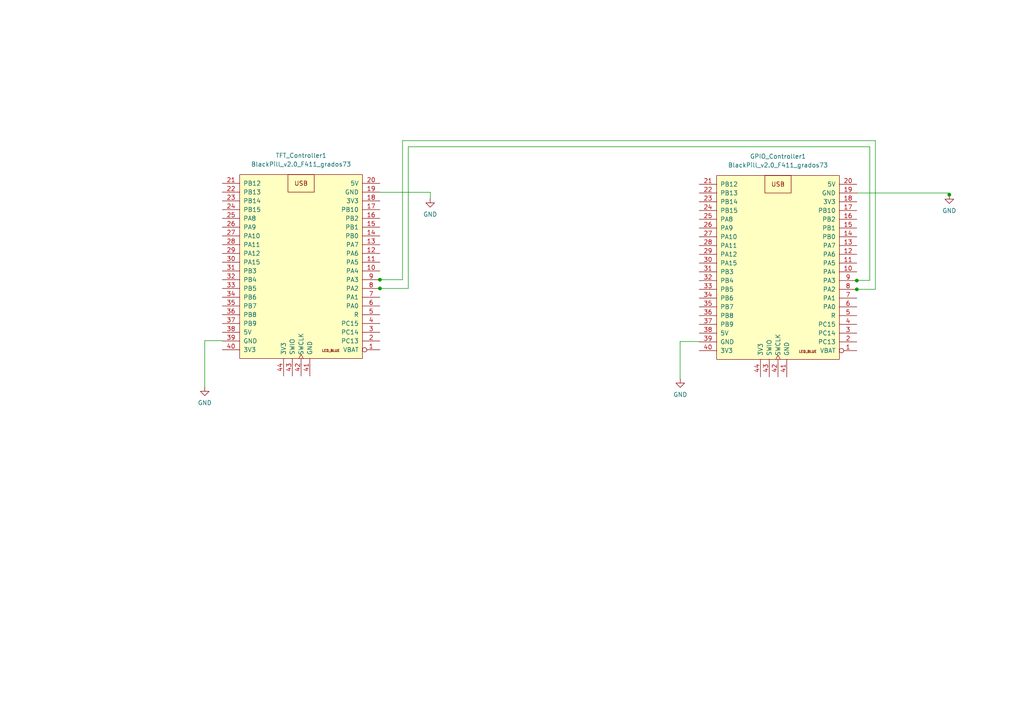
<source format=kicad_sch>
(kicad_sch (version 20211123) (generator eeschema)
  (paper "A4")
  (title_block (title "free_michelle_v1_0") (rev "1.0") (company "grados73"))
  (lib_symbols
    (symbol "BluePill_Part_Like_SWD_Breakout_STM:BlackPill_v2.0_F411_grados73" (pin_names (offset 1.016))
      (property "Reference" "U" (at -15.24 27.94 0))
      (property "Value" "BlackPill_v2.0_F411_grados73" (at 20.32 27.94 0))
      (symbol "BlackPill_v2.0_F411_grados73_0_0"
        (text "USB" (at 0 22.86 0) (effects (font (size 1.27 1.27))))
      )
      (symbol "BlackPill_v2.0_F411_grados73_0_1"
        (rectangle (start -17.78 25.4) (end 17.78 -27.94) (fill (type background)))
        (rectangle (start 3.81 25.4) (end -3.81 20.32))
      )
      (symbol "BlackPill_v2.0_F411_grados73_1_0"
        (text "LED_BLUE" (at 8.636 -25.654 0) (effects (font (size 0.7 0.7))))
      )
      (symbol "BlackPill_v2.0_F411_grados73_1_1"
        (pin power_in inverted (at 22.86 -25.4 180) (length 5.08) (name "VBAT") (number "1"))
        (pin bidirectional line (at 22.86 -2.54 180) (length 5.08) (name "PA4") (number "10"))
        (pin bidirectional line (at 22.86 0 180) (length 5.08) (name "PA5") (number "11"))
        (pin bidirectional line (at 22.86 2.54 180) (length 5.08) (name "PA6") (number "12"))
        (pin bidirectional line (at 22.86 5.08 180) (length 5.08) (name "PA7") (number "13"))
        (pin bidirectional line (at 22.86 7.62 180) (length 5.08) (name "PB0") (number "14"))
        (pin bidirectional line (at 22.86 10.16 180) (length 5.08) (name "PB1") (number "15"))
        (pin bidirectional line (at 22.86 12.7 180) (length 5.08) (name "PB2") (number "16"))
        (pin bidirectional line (at 22.86 15.24 180) (length 5.08) (name "PB10") (number "17"))
        (pin power_in line (at 22.86 17.78 180) (length 5.08) (name "3V3") (number "18"))
        (pin power_in line (at 22.86 20.32 180) (length 5.08) (name "GND") (number "19"))
        (pin bidirectional line (at 22.86 -22.86 180) (length 5.08) (name "PC13") (number "2"))
        (pin power_in line (at 22.86 22.86 180) (length 5.08) (name "5V") (number "20"))
        (pin bidirectional line (at -22.86 22.86 0) (length 5.08) (name "PB12") (number "21"))
        (pin bidirectional line (at -22.86 20.32 0) (length 5.08) (name "PB13") (number "22"))
        (pin bidirectional line (at -22.86 17.78 0) (length 5.08) (name "PB14") (number "23"))
        (pin bidirectional line (at -22.86 15.24 0) (length 5.08) (name "PB15") (number "24"))
        (pin bidirectional line (at -22.86 12.7 0) (length 5.08) (name "PA8") (number "25"))
        (pin bidirectional line (at -22.86 10.16 0) (length 5.08) (name "PA9") (number "26"))
        (pin bidirectional line (at -22.86 7.62 0) (length 5.08) (name "PA10") (number "27"))
        (pin bidirectional line (at -22.86 5.08 0) (length 5.08) (name "PA11") (number "28"))
        (pin bidirectional line (at -22.86 2.54 0) (length 5.08) (name "PA12") (number "29"))
        (pin bidirectional line (at 22.86 -20.32 180) (length 5.08) (name "PC14") (number "3"))
        (pin bidirectional line (at -22.86 0 0) (length 5.08) (name "PA15") (number "30"))
        (pin bidirectional line (at -22.86 -2.54 0) (length 5.08) (name "PB3") (number "31"))
        (pin bidirectional line (at -22.86 -5.08 0) (length 5.08) (name "PB4") (number "32"))
        (pin bidirectional line (at -22.86 -7.62 0) (length 5.08) (name "PB5") (number "33"))
        (pin bidirectional line (at -22.86 -10.16 0) (length 5.08) (name "PB6") (number "34"))
        (pin bidirectional line (at -22.86 -12.7 0) (length 5.08) (name "PB7") (number "35"))
        (pin bidirectional line (at -22.86 -15.24 0) (length 5.08) (name "PB8") (number "36"))
        (pin bidirectional line (at -22.86 -17.78 0) (length 5.08) (name "PB9") (number "37"))
        (pin power_in line (at -22.86 -20.32 0) (length 5.08) (name "5V") (number "38"))
        (pin power_in line (at -22.86 -22.86 0) (length 5.08) (name "GND") (number "39"))
        (pin bidirectional line (at 22.86 -17.78 180) (length 5.08) (name "PC15") (number "4"))
        (pin power_in line (at -22.86 -25.4 0) (length 5.08) (name "3V3") (number "40"))
        (pin power_in line (at 2.54 -33.02 90) (length 5.08) (name "GND") (number "41"))
        (pin bidirectional clock (at 0 -33.02 90) (length 5.08) (name "SWCLK") (number "42"))
        (pin bidirectional line (at -2.54 -33.02 90) (length 5.08) (name "SWIO") (number "43"))
        (pin power_in line (at -5.08 -33.02 90) (length 5.08) (name "3V3") (number "44"))
        (pin bidirectional line (at 22.86 -15.24 180) (length 5.08) (name "R") (number "5"))
        (pin bidirectional line (at 22.86 -12.7 180) (length 5.08) (name "PA0") (number "6"))
        (pin bidirectional line (at 22.86 -10.16 180) (length 5.08) (name "PA1") (number "7"))
        (pin bidirectional line (at 22.86 -7.62 180) (length 5.08) (name "PA2") (number "8"))
        (pin bidirectional line (at 22.86 -5.08 180) (length 5.08) (name "PA3") (number "9"))
      )
    )
    (symbol "power:GND" (power) (pin_names (offset 0))
      (property "Value" "GND" (at 0 -3.81 0))
      (symbol "GND_0_1"
        (polyline (pts (xy 0 0) (xy 0 -1.27) (xy 1.27 -1.27) (xy 0 -2.54) (xy -1.27 -1.27) (xy 0 -1.27)))
      )
      (symbol "GND_1_1"
        (pin power_in line (at 0 0 270) (length 0) hide (name "GND") (number "1"))
      )
    )
  )
  (junction (at 248.5136 81.3816))
  (junction (at 275.336 56.4896))
  (junction (at 110.1852 81.1276))
  (junction (at 248.5136 83.9216))
  (junction (at 110.1852 83.6676))
  (wire (pts (xy 253.8984 83.9216) (xy 253.8984 40.7924)))
  (wire (pts (xy 59.3852 98.806) (xy 59.3852 112.2172)))
  (wire (pts (xy 202.8952 99.06) (xy 197.2564 99.06)))
  (wire (pts (xy 110.1852 81.1276) (xy 116.7384 81.1276)))
  (wire (pts (xy 248.5136 55.9816) (xy 275.336 55.9816)))
  (wire (pts (xy 110.1852 83.6676) (xy 118.4148 83.6676)))
  (wire (pts (xy 118.4148 83.6676) (xy 118.4148 42.5704)))
  (wire (pts (xy 248.5136 81.3308) (xy 248.5136 81.3816)))
  (wire (pts (xy 253.8984 40.7924) (xy 116.7384 40.7924)))
  (wire (pts (xy 275.336 55.9816) (xy 275.336 56.4896)))
  (wire (pts (xy 110.0836 81.1276) (xy 110.1852 81.1276)))
  (wire (pts (xy 116.7384 40.7924) (xy 116.7384 81.1276)))
  (wire (pts (xy 252.2728 81.3308) (xy 248.5136 81.3308)))
  (wire (pts (xy 118.4148 42.5704) (xy 252.2728 42.5704)))
  (wire (pts (xy 197.2564 99.06) (xy 197.2564 109.8296)))
  (wire (pts (xy 248.5136 83.9216) (xy 253.8984 83.9216)))
  (wire (pts (xy 248.412 83.9216) (xy 248.5136 83.9216)))
  (wire (pts (xy 110.1344 55.7784) (xy 124.8156 55.7784)))
  (wire (pts (xy 275.336 56.4896) (xy 275.336 56.5404)))
  (wire (pts (xy 110.1344 83.6676) (xy 110.1852 83.6676)))
  (wire (pts (xy 252.2728 42.5704) (xy 252.2728 81.3308)))
  (wire (pts (xy 124.8156 55.7784) (xy 124.8156 57.5564)))
  (wire (pts (xy 64.516 98.806) (xy 59.3852 98.806)))
  (symbol (lib_id "power:GND") (at 59.3852 112.2172 0) (unit 1)
    (property "Reference" "#PWR0104" (effects hide))
    (property "Value" "GND" (at 59.3852 116.84 0))
  )
  (symbol (lib_id "power:GND") (at 197.3072 109.8296 0) (unit 1)
    (property "Reference" "#PWR0101" (effects hide))
    (property "Value" "GND" (at 197.3072 114.4524 0))
  )
  (symbol (lib_id "BluePill_Part_Like_SWD_Breakout_STM:BlackPill_v2.0_F411_grados73") (at 225.6536 76.3016 0) (unit 1)
    (property "Reference" "GPIO_Controller1" (at 225.6536 45.3644 0))
    (property "Value" "BlackPill_v2.0_F411_grados73" (at 225.6536 47.9044 0))
    (property "Footprint" "blackpill_grados73:GRADOS73_BlackPill_F411_SWD" (effects hide))
  )
  (symbol (lib_id "power:GND") (at 275.336 56.4896 0) (unit 1)
    (property "Reference" "#PWR0103" (effects hide))
    (property "Value" "GND" (at 275.336 61.1124 0))
  )
  (symbol (lib_id "power:GND") (at 124.7648 57.5564 0) (unit 1)
    (property "Reference" "#PWR0102" (effects hide))
    (property "Value" "GND" (at 124.7648 62.1792 0))
  )
  (symbol (lib_id "BluePill_Part_Like_SWD_Breakout_STM:BlackPill_v2.0_F411_grados73") (at 87.3252 76.0476 0) (unit 1)
    (property "Reference" "TFT_Controller1" (at 87.3252 45.1104 0))
    (property "Value" "BlackPill_v2.0_F411_grados73" (at 87.3252 47.6504 0))
    (property "Footprint" "blackpill_grados73:GRADOS73_BlackPill_F411_SWD" (effects hide))
  )
)
</source>
